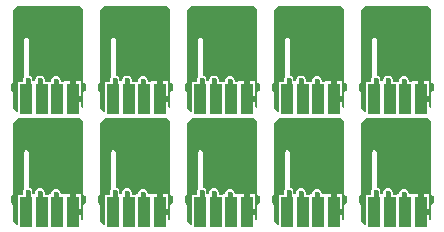
<source format=gbl>
G04*
G04 #@! TF.GenerationSoftware,Altium Limited,Altium Designer,23.3.1 (30)*
G04*
G04 Layer_Physical_Order=2*
G04 Layer_Color=16711680*
%FSLAX25Y25*%
%MOIN*%
G70*
G04*
G04 #@! TF.SameCoordinates,76A80B4F-B454-4E83-830C-21A368A3A4FA*
G04*
G04*
G04 #@! TF.FilePolarity,Positive*
G04*
G01*
G75*
%ADD15C,0.01500*%
%ADD16R,0.03937X0.09843*%
%ADD17C,0.01575*%
%ADD18C,0.01968*%
G36*
X286697Y204232D02*
Y180500D01*
X286758Y180193D01*
X286932Y179932D01*
X287193Y179758D01*
X287500Y179697D01*
Y177303D01*
X287193Y177242D01*
X286932Y177068D01*
X286758Y176807D01*
X286697Y176500D01*
Y171607D01*
X286610Y171542D01*
X286110Y171794D01*
Y173508D01*
X283142D01*
Y174508D01*
X282142D01*
Y180429D01*
X280173D01*
Y180221D01*
X279216D01*
Y180486D01*
X279209Y180522D01*
Y180816D01*
X279096Y181087D01*
X279096Y181090D01*
X279094Y181094D01*
X278967Y181399D01*
X278520Y181846D01*
X277937Y182087D01*
X277306D01*
X276722Y181846D01*
X276276Y181399D01*
X276034Y180816D01*
Y180221D01*
X275232D01*
Y180190D01*
X273845D01*
Y180736D01*
X273837Y180772D01*
Y181066D01*
X273725Y181337D01*
X273724Y181341D01*
X273722Y181343D01*
X273596Y181649D01*
X273149Y182096D01*
X272566Y182337D01*
X271934D01*
X271351Y182096D01*
X270904Y181649D01*
X270663Y181066D01*
Y180727D01*
X270182Y180388D01*
X269865Y180481D01*
X269787Y180684D01*
Y181316D01*
X269546Y181899D01*
X269099Y182346D01*
X268564Y182568D01*
Y194153D01*
X268502Y194466D01*
X268325Y194730D01*
X268060Y194907D01*
X267748Y194969D01*
X267436Y194907D01*
X267171Y194730D01*
X266995Y194466D01*
X266932Y194153D01*
Y181977D01*
X266854Y181899D01*
X266728Y181594D01*
X266726Y181590D01*
X266725Y181587D01*
X266613Y181316D01*
Y181022D01*
X266605Y180986D01*
Y180190D01*
X264980D01*
Y170363D01*
X264479Y170156D01*
X263303Y171333D01*
Y176500D01*
X263242Y176807D01*
X263068Y177068D01*
X262807Y177242D01*
X262500Y177303D01*
Y179697D01*
X262807Y179758D01*
X263068Y179932D01*
X263242Y180193D01*
X263303Y180500D01*
Y204168D01*
X264832Y205697D01*
X285599D01*
X286697Y204232D01*
D02*
G37*
G36*
X257697D02*
Y180500D01*
X257758Y180193D01*
X257932Y179932D01*
X258193Y179758D01*
X258500Y179697D01*
Y177303D01*
X258193Y177242D01*
X257932Y177068D01*
X257758Y176807D01*
X257697Y176500D01*
Y171607D01*
X257610Y171542D01*
X257110Y171794D01*
Y173508D01*
X254142D01*
Y174508D01*
X253142D01*
Y180429D01*
X251173D01*
Y180221D01*
X250216D01*
Y180486D01*
X250209Y180522D01*
Y180816D01*
X250096Y181087D01*
X250096Y181090D01*
X250094Y181094D01*
X249967Y181399D01*
X249520Y181846D01*
X248937Y182087D01*
X248306D01*
X247722Y181846D01*
X247276Y181399D01*
X247034Y180816D01*
Y180221D01*
X246232D01*
Y180190D01*
X244845D01*
Y180736D01*
X244837Y180772D01*
Y181066D01*
X244725Y181337D01*
X244724Y181341D01*
X244722Y181343D01*
X244596Y181649D01*
X244149Y182096D01*
X243566Y182337D01*
X242934D01*
X242351Y182096D01*
X241904Y181649D01*
X241663Y181066D01*
Y180727D01*
X241182Y180388D01*
X240865Y180481D01*
X240787Y180684D01*
Y181316D01*
X240546Y181899D01*
X240099Y182346D01*
X239564Y182568D01*
Y194153D01*
X239502Y194466D01*
X239325Y194730D01*
X239060Y194907D01*
X238748Y194969D01*
X238436Y194907D01*
X238171Y194730D01*
X237995Y194466D01*
X237932Y194153D01*
Y181977D01*
X237854Y181899D01*
X237728Y181594D01*
X237726Y181590D01*
X237725Y181587D01*
X237613Y181316D01*
Y181022D01*
X237605Y180986D01*
Y180190D01*
X235980D01*
Y170363D01*
X235479Y170156D01*
X234303Y171333D01*
Y176500D01*
X234242Y176807D01*
X234068Y177068D01*
X233807Y177242D01*
X233500Y177303D01*
Y179697D01*
X233807Y179758D01*
X234068Y179932D01*
X234242Y180193D01*
X234303Y180500D01*
Y204168D01*
X235833Y205697D01*
X256599D01*
X257697Y204232D01*
D02*
G37*
G36*
X228697D02*
Y180500D01*
X228758Y180193D01*
X228932Y179932D01*
X229193Y179758D01*
X229500Y179697D01*
Y177303D01*
X229193Y177242D01*
X228932Y177068D01*
X228758Y176807D01*
X228697Y176500D01*
Y171607D01*
X228610Y171542D01*
X228110Y171794D01*
Y173508D01*
X225142D01*
Y174508D01*
X224142D01*
Y180429D01*
X222173D01*
Y180221D01*
X221216D01*
Y180486D01*
X221209Y180522D01*
Y180816D01*
X221096Y181087D01*
X221096Y181090D01*
X221094Y181094D01*
X220967Y181399D01*
X220520Y181846D01*
X219937Y182087D01*
X219306D01*
X218722Y181846D01*
X218276Y181399D01*
X218034Y180816D01*
Y180221D01*
X217231D01*
Y180190D01*
X215845D01*
Y180736D01*
X215837Y180772D01*
Y181066D01*
X215725Y181337D01*
X215724Y181341D01*
X215722Y181343D01*
X215596Y181649D01*
X215149Y182096D01*
X214566Y182337D01*
X213934D01*
X213351Y182096D01*
X212904Y181649D01*
X212663Y181066D01*
Y180727D01*
X212182Y180388D01*
X211865Y180481D01*
X211787Y180684D01*
Y181316D01*
X211546Y181899D01*
X211099Y182346D01*
X210564Y182568D01*
Y194153D01*
X210502Y194466D01*
X210325Y194730D01*
X210060Y194907D01*
X209748Y194969D01*
X209436Y194907D01*
X209171Y194730D01*
X208995Y194466D01*
X208932Y194153D01*
Y181977D01*
X208854Y181899D01*
X208728Y181594D01*
X208726Y181590D01*
X208725Y181587D01*
X208613Y181316D01*
Y181022D01*
X208605Y180986D01*
Y180190D01*
X206979D01*
Y170363D01*
X206480Y170156D01*
X205303Y171333D01*
Y176500D01*
X205242Y176807D01*
X205068Y177068D01*
X204807Y177242D01*
X204500Y177303D01*
Y179697D01*
X204807Y179758D01*
X205068Y179932D01*
X205242Y180193D01*
X205303Y180500D01*
Y204168D01*
X206833Y205697D01*
X227599D01*
X228697Y204232D01*
D02*
G37*
G36*
X199697D02*
Y180500D01*
X199758Y180193D01*
X199932Y179932D01*
X200193Y179758D01*
X200500Y179697D01*
Y177303D01*
X200193Y177242D01*
X199932Y177068D01*
X199758Y176807D01*
X199697Y176500D01*
Y171607D01*
X199610Y171542D01*
X199110Y171794D01*
Y173508D01*
X196142D01*
Y174508D01*
X195142D01*
Y180429D01*
X193173D01*
Y180221D01*
X192216D01*
Y180486D01*
X192209Y180522D01*
Y180816D01*
X192096Y181087D01*
X192096Y181090D01*
X192094Y181094D01*
X191967Y181399D01*
X191521Y181846D01*
X190937Y182087D01*
X190306D01*
X189722Y181846D01*
X189276Y181399D01*
X189034Y180816D01*
Y180221D01*
X188232D01*
Y180190D01*
X186845D01*
Y180736D01*
X186837Y180772D01*
Y181066D01*
X186725Y181337D01*
X186724Y181341D01*
X186722Y181343D01*
X186596Y181649D01*
X186149Y182096D01*
X185566Y182337D01*
X184934D01*
X184351Y182096D01*
X183904Y181649D01*
X183663Y181066D01*
Y180727D01*
X183182Y180388D01*
X182865Y180481D01*
X182787Y180684D01*
Y181316D01*
X182546Y181899D01*
X182099Y182346D01*
X181564Y182568D01*
Y194153D01*
X181502Y194466D01*
X181325Y194730D01*
X181060Y194907D01*
X180748Y194969D01*
X180436Y194907D01*
X180171Y194730D01*
X179994Y194466D01*
X179932Y194153D01*
Y181977D01*
X179854Y181899D01*
X179728Y181594D01*
X179726Y181590D01*
X179725Y181587D01*
X179613Y181316D01*
Y181022D01*
X179605Y180986D01*
Y180190D01*
X177980D01*
Y170363D01*
X177480Y170156D01*
X176303Y171333D01*
Y176500D01*
X176242Y176807D01*
X176068Y177068D01*
X175807Y177242D01*
X175500Y177303D01*
Y179697D01*
X175807Y179758D01*
X176068Y179932D01*
X176242Y180193D01*
X176303Y180500D01*
Y204168D01*
X177832Y205697D01*
X198599D01*
X199697Y204232D01*
D02*
G37*
G36*
X170697D02*
Y180500D01*
X170758Y180193D01*
X170932Y179932D01*
X171193Y179758D01*
X171500Y179697D01*
Y177303D01*
X171193Y177242D01*
X170932Y177068D01*
X170758Y176807D01*
X170697Y176500D01*
Y171607D01*
X170610Y171542D01*
X170110Y171794D01*
Y173508D01*
X167142D01*
Y174508D01*
X166142D01*
Y180429D01*
X164173D01*
Y180221D01*
X163216D01*
Y180486D01*
X163209Y180522D01*
Y180816D01*
X163096Y181087D01*
X163096Y181090D01*
X163094Y181094D01*
X162967Y181399D01*
X162521Y181846D01*
X161937Y182087D01*
X161306D01*
X160722Y181846D01*
X160276Y181399D01*
X160034Y180816D01*
Y180221D01*
X159231D01*
Y180190D01*
X157845D01*
Y180736D01*
X157837Y180772D01*
Y181066D01*
X157725Y181337D01*
X157724Y181341D01*
X157722Y181343D01*
X157596Y181649D01*
X157149Y182096D01*
X156566Y182337D01*
X155934D01*
X155351Y182096D01*
X154904Y181649D01*
X154663Y181066D01*
Y180727D01*
X154182Y180388D01*
X153865Y180481D01*
X153787Y180684D01*
Y181316D01*
X153546Y181899D01*
X153099Y182346D01*
X152564Y182568D01*
Y194153D01*
X152502Y194466D01*
X152325Y194730D01*
X152060Y194907D01*
X151748Y194969D01*
X151436Y194907D01*
X151171Y194730D01*
X150995Y194466D01*
X150932Y194153D01*
Y181977D01*
X150854Y181899D01*
X150728Y181594D01*
X150726Y181590D01*
X150725Y181587D01*
X150613Y181316D01*
Y181022D01*
X150605Y180986D01*
Y180190D01*
X148979D01*
Y170363D01*
X148479Y170156D01*
X147303Y171333D01*
Y176500D01*
X147242Y176807D01*
X147068Y177068D01*
X146807Y177242D01*
X146500Y177303D01*
Y179697D01*
X146807Y179758D01*
X147068Y179932D01*
X147242Y180193D01*
X147303Y180500D01*
Y204168D01*
X148832Y205697D01*
X169599D01*
X170697Y204232D01*
D02*
G37*
G36*
X286697Y166732D02*
Y143000D01*
X286758Y142693D01*
X286932Y142432D01*
X287193Y142258D01*
X287500Y142197D01*
Y139803D01*
X287193Y139742D01*
X286932Y139568D01*
X286758Y139307D01*
X286697Y139000D01*
Y134107D01*
X286610Y134042D01*
X286110Y134294D01*
Y136008D01*
X283142D01*
Y137008D01*
X282142D01*
Y142929D01*
X280173D01*
Y142721D01*
X279216D01*
Y142986D01*
X279209Y143022D01*
Y143316D01*
X279096Y143587D01*
X279096Y143590D01*
X279094Y143594D01*
X278967Y143899D01*
X278520Y144346D01*
X277937Y144587D01*
X277306D01*
X276722Y144346D01*
X276276Y143899D01*
X276034Y143316D01*
Y142721D01*
X275232D01*
Y142690D01*
X273845D01*
Y143236D01*
X273837Y143272D01*
Y143566D01*
X273725Y143837D01*
X273724Y143841D01*
X273722Y143843D01*
X273596Y144149D01*
X273149Y144596D01*
X272566Y144837D01*
X271934D01*
X271351Y144596D01*
X270904Y144149D01*
X270663Y143566D01*
Y143227D01*
X270182Y142888D01*
X269865Y142981D01*
X269787Y143184D01*
Y143816D01*
X269546Y144399D01*
X269099Y144846D01*
X268564Y145068D01*
Y156653D01*
X268502Y156966D01*
X268325Y157230D01*
X268060Y157407D01*
X267748Y157469D01*
X267436Y157407D01*
X267171Y157230D01*
X266995Y156966D01*
X266932Y156653D01*
Y144477D01*
X266854Y144399D01*
X266728Y144094D01*
X266726Y144090D01*
X266725Y144087D01*
X266613Y143816D01*
Y143522D01*
X266605Y143486D01*
Y142690D01*
X264980D01*
Y132863D01*
X264479Y132656D01*
X263303Y133833D01*
Y139000D01*
X263242Y139307D01*
X263068Y139568D01*
X262807Y139742D01*
X262500Y139803D01*
Y142197D01*
X262807Y142258D01*
X263068Y142432D01*
X263242Y142693D01*
X263303Y143000D01*
Y166667D01*
X264832Y168197D01*
X285599D01*
X286697Y166732D01*
D02*
G37*
G36*
X257697D02*
Y143000D01*
X257758Y142693D01*
X257932Y142432D01*
X258193Y142258D01*
X258500Y142197D01*
Y139803D01*
X258193Y139742D01*
X257932Y139568D01*
X257758Y139307D01*
X257697Y139000D01*
Y134107D01*
X257610Y134042D01*
X257110Y134294D01*
Y136008D01*
X254142D01*
Y137008D01*
X253142D01*
Y142929D01*
X251173D01*
Y142721D01*
X250216D01*
Y142986D01*
X250209Y143022D01*
Y143316D01*
X250096Y143587D01*
X250096Y143590D01*
X250094Y143594D01*
X249967Y143899D01*
X249520Y144346D01*
X248937Y144587D01*
X248306D01*
X247722Y144346D01*
X247276Y143899D01*
X247034Y143316D01*
Y142721D01*
X246232D01*
Y142690D01*
X244845D01*
Y143236D01*
X244837Y143272D01*
Y143566D01*
X244725Y143837D01*
X244724Y143841D01*
X244722Y143843D01*
X244596Y144149D01*
X244149Y144596D01*
X243566Y144837D01*
X242934D01*
X242351Y144596D01*
X241904Y144149D01*
X241663Y143566D01*
Y143227D01*
X241182Y142888D01*
X240865Y142981D01*
X240787Y143184D01*
Y143816D01*
X240546Y144399D01*
X240099Y144846D01*
X239564Y145068D01*
Y156653D01*
X239502Y156966D01*
X239325Y157230D01*
X239060Y157407D01*
X238748Y157469D01*
X238436Y157407D01*
X238171Y157230D01*
X237995Y156966D01*
X237932Y156653D01*
Y144477D01*
X237854Y144399D01*
X237728Y144094D01*
X237726Y144090D01*
X237725Y144087D01*
X237613Y143816D01*
Y143522D01*
X237605Y143486D01*
Y142690D01*
X235980D01*
Y132863D01*
X235479Y132656D01*
X234303Y133833D01*
Y139000D01*
X234242Y139307D01*
X234068Y139568D01*
X233807Y139742D01*
X233500Y139803D01*
Y142197D01*
X233807Y142258D01*
X234068Y142432D01*
X234242Y142693D01*
X234303Y143000D01*
Y166667D01*
X235833Y168197D01*
X256599D01*
X257697Y166732D01*
D02*
G37*
G36*
X228697D02*
Y143000D01*
X228758Y142693D01*
X228932Y142432D01*
X229193Y142258D01*
X229500Y142197D01*
Y139803D01*
X229193Y139742D01*
X228932Y139568D01*
X228758Y139307D01*
X228697Y139000D01*
Y134107D01*
X228610Y134042D01*
X228110Y134294D01*
Y136008D01*
X225142D01*
Y137008D01*
X224142D01*
Y142929D01*
X222173D01*
Y142721D01*
X221216D01*
Y142986D01*
X221209Y143022D01*
Y143316D01*
X221096Y143587D01*
X221096Y143590D01*
X221094Y143594D01*
X220967Y143899D01*
X220520Y144346D01*
X219937Y144587D01*
X219306D01*
X218722Y144346D01*
X218276Y143899D01*
X218034Y143316D01*
Y142721D01*
X217231D01*
Y142690D01*
X215845D01*
Y143236D01*
X215837Y143272D01*
Y143566D01*
X215725Y143837D01*
X215724Y143841D01*
X215722Y143843D01*
X215596Y144149D01*
X215149Y144596D01*
X214566Y144837D01*
X213934D01*
X213351Y144596D01*
X212904Y144149D01*
X212663Y143566D01*
Y143227D01*
X212182Y142888D01*
X211865Y142981D01*
X211787Y143184D01*
Y143816D01*
X211546Y144399D01*
X211099Y144846D01*
X210564Y145068D01*
Y156653D01*
X210502Y156966D01*
X210325Y157230D01*
X210060Y157407D01*
X209748Y157469D01*
X209436Y157407D01*
X209171Y157230D01*
X208995Y156966D01*
X208932Y156653D01*
Y144477D01*
X208854Y144399D01*
X208728Y144094D01*
X208726Y144090D01*
X208725Y144087D01*
X208613Y143816D01*
Y143522D01*
X208605Y143486D01*
Y142690D01*
X206979D01*
Y132863D01*
X206480Y132656D01*
X205303Y133833D01*
Y139000D01*
X205242Y139307D01*
X205068Y139568D01*
X204807Y139742D01*
X204500Y139803D01*
Y142197D01*
X204807Y142258D01*
X205068Y142432D01*
X205242Y142693D01*
X205303Y143000D01*
Y166667D01*
X206833Y168197D01*
X227599D01*
X228697Y166732D01*
D02*
G37*
G36*
X199697D02*
Y143000D01*
X199758Y142693D01*
X199932Y142432D01*
X200193Y142258D01*
X200500Y142197D01*
Y139803D01*
X200193Y139742D01*
X199932Y139568D01*
X199758Y139307D01*
X199697Y139000D01*
Y134107D01*
X199610Y134042D01*
X199110Y134294D01*
Y136008D01*
X196142D01*
Y137008D01*
X195142D01*
Y142929D01*
X193173D01*
Y142721D01*
X192216D01*
Y142986D01*
X192209Y143022D01*
Y143316D01*
X192096Y143587D01*
X192096Y143590D01*
X192094Y143594D01*
X191967Y143899D01*
X191521Y144346D01*
X190937Y144587D01*
X190306D01*
X189722Y144346D01*
X189276Y143899D01*
X189034Y143316D01*
Y142721D01*
X188232D01*
Y142690D01*
X186845D01*
Y143236D01*
X186837Y143272D01*
Y143566D01*
X186725Y143837D01*
X186724Y143841D01*
X186722Y143843D01*
X186596Y144149D01*
X186149Y144596D01*
X185566Y144837D01*
X184934D01*
X184351Y144596D01*
X183904Y144149D01*
X183663Y143566D01*
Y143227D01*
X183182Y142888D01*
X182865Y142981D01*
X182787Y143184D01*
Y143816D01*
X182546Y144399D01*
X182099Y144846D01*
X181564Y145068D01*
Y156653D01*
X181502Y156966D01*
X181325Y157230D01*
X181060Y157407D01*
X180748Y157469D01*
X180436Y157407D01*
X180171Y157230D01*
X179994Y156966D01*
X179932Y156653D01*
Y144477D01*
X179854Y144399D01*
X179728Y144094D01*
X179726Y144090D01*
X179725Y144087D01*
X179613Y143816D01*
Y143522D01*
X179605Y143486D01*
Y142690D01*
X177980D01*
Y132863D01*
X177480Y132656D01*
X176303Y133833D01*
Y139000D01*
X176242Y139307D01*
X176068Y139568D01*
X175807Y139742D01*
X175500Y139803D01*
Y142197D01*
X175807Y142258D01*
X176068Y142432D01*
X176242Y142693D01*
X176303Y143000D01*
Y166667D01*
X177832Y168197D01*
X198599D01*
X199697Y166732D01*
D02*
G37*
G36*
X170697D02*
Y143000D01*
X170758Y142693D01*
X170932Y142432D01*
X171193Y142258D01*
X171500Y142197D01*
Y139803D01*
X171193Y139742D01*
X170932Y139568D01*
X170758Y139307D01*
X170697Y139000D01*
Y134107D01*
X170610Y134042D01*
X170110Y134294D01*
Y136008D01*
X167142D01*
Y137008D01*
X166142D01*
Y142929D01*
X164173D01*
Y142721D01*
X163216D01*
Y142986D01*
X163209Y143022D01*
Y143316D01*
X163096Y143587D01*
X163096Y143590D01*
X163094Y143594D01*
X162967Y143899D01*
X162521Y144346D01*
X161937Y144587D01*
X161306D01*
X160722Y144346D01*
X160276Y143899D01*
X160034Y143316D01*
Y142721D01*
X159231D01*
Y142690D01*
X157845D01*
Y143236D01*
X157837Y143272D01*
Y143566D01*
X157725Y143837D01*
X157724Y143841D01*
X157722Y143843D01*
X157596Y144149D01*
X157149Y144596D01*
X156566Y144837D01*
X155934D01*
X155351Y144596D01*
X154904Y144149D01*
X154663Y143566D01*
Y143227D01*
X154182Y142888D01*
X153865Y142981D01*
X153787Y143184D01*
Y143816D01*
X153546Y144399D01*
X153099Y144846D01*
X152564Y145068D01*
Y156653D01*
X152502Y156966D01*
X152325Y157230D01*
X152060Y157407D01*
X151748Y157469D01*
X151436Y157407D01*
X151171Y157230D01*
X150995Y156966D01*
X150932Y156653D01*
Y144477D01*
X150854Y144399D01*
X150728Y144094D01*
X150726Y144090D01*
X150725Y144087D01*
X150613Y143816D01*
Y143522D01*
X150605Y143486D01*
Y142690D01*
X148979D01*
Y132863D01*
X148479Y132656D01*
X147303Y133833D01*
Y139000D01*
X147242Y139307D01*
X147068Y139568D01*
X146807Y139742D01*
X146500Y139803D01*
Y142197D01*
X146807Y142258D01*
X147068Y142432D01*
X147242Y142693D01*
X147303Y143000D01*
Y166667D01*
X148832Y168197D01*
X169599D01*
X170697Y166732D01*
D02*
G37*
%LPC*%
G36*
X286110Y180429D02*
X284142D01*
Y175508D01*
X286110D01*
Y180429D01*
D02*
G37*
G36*
X257110D02*
X255142D01*
Y175508D01*
X257110D01*
Y180429D01*
D02*
G37*
G36*
X228110D02*
X226142D01*
Y175508D01*
X228110D01*
Y180429D01*
D02*
G37*
G36*
X199110D02*
X197142D01*
Y175508D01*
X199110D01*
Y180429D01*
D02*
G37*
G36*
X170110D02*
X168142D01*
Y175508D01*
X170110D01*
Y180429D01*
D02*
G37*
G36*
X286110Y142929D02*
X284142D01*
Y138008D01*
X286110D01*
Y142929D01*
D02*
G37*
G36*
X257110D02*
X255142D01*
Y138008D01*
X257110D01*
Y142929D01*
D02*
G37*
G36*
X228110D02*
X226142D01*
Y138008D01*
X228110D01*
Y142929D01*
D02*
G37*
G36*
X199110D02*
X197142D01*
Y138008D01*
X199110D01*
Y142929D01*
D02*
G37*
G36*
X170110D02*
X168142D01*
Y138008D01*
X170110D01*
Y142929D01*
D02*
G37*
%LPD*%
D15*
X277636Y142986D02*
X277621Y143000D01*
X278000Y137000D02*
X277636Y137364D01*
Y142986D01*
X272866Y136969D02*
X272264Y137570D01*
Y143236D01*
X272250Y143250D01*
X268186Y143486D02*
X268200Y143500D01*
X267748Y136969D02*
X268186Y137406D01*
Y143486D01*
X277636Y180486D02*
X277621Y180500D01*
X278000Y174500D02*
X277636Y174864D01*
Y180486D01*
X272866Y174469D02*
X272264Y175070D01*
Y180736D01*
X272250Y180750D01*
X268186Y180986D02*
X268200Y181000D01*
X267748Y174469D02*
X268186Y174906D01*
Y180986D01*
X248636Y142986D02*
X248621Y143000D01*
X249000Y137000D02*
X248636Y137364D01*
Y142986D01*
X243866Y136969D02*
X243264Y137570D01*
Y143236D01*
X243250Y143250D01*
X239186Y143486D02*
X239200Y143500D01*
X238748Y136969D02*
X239186Y137406D01*
Y143486D01*
X248636Y180486D02*
X248621Y180500D01*
X249000Y174500D02*
X248636Y174864D01*
Y180486D01*
X243866Y174469D02*
X243264Y175070D01*
Y180736D01*
X243250Y180750D01*
X239186Y180986D02*
X239200Y181000D01*
X238748Y174469D02*
X239186Y174906D01*
Y180986D01*
X219636Y142986D02*
X219621Y143000D01*
X220000Y137000D02*
X219636Y137364D01*
Y142986D01*
X214866Y136969D02*
X214264Y137570D01*
Y143236D01*
X214250Y143250D01*
X210186Y143486D02*
X210200Y143500D01*
X209748Y136969D02*
X210186Y137406D01*
Y143486D01*
X219636Y180486D02*
X219621Y180500D01*
X220000Y174500D02*
X219636Y174864D01*
Y180486D01*
X214866Y174469D02*
X214264Y175070D01*
Y180736D01*
X214250Y180750D01*
X210186Y180986D02*
X210200Y181000D01*
X209748Y174469D02*
X210186Y174906D01*
Y180986D01*
X190636Y142986D02*
X190621Y143000D01*
X191000Y137000D02*
X190636Y137364D01*
Y142986D01*
X185866Y136969D02*
X185264Y137570D01*
Y143236D01*
X185250Y143250D01*
X181186Y143486D02*
X181200Y143500D01*
X180748Y136969D02*
X181186Y137406D01*
Y143486D01*
X190636Y180486D02*
X190621Y180500D01*
X191000Y174500D02*
X190636Y174864D01*
Y180486D01*
X185866Y174469D02*
X185264Y175070D01*
Y180736D01*
X185250Y180750D01*
X181186Y180986D02*
X181200Y181000D01*
X180748Y174469D02*
X181186Y174906D01*
Y180986D01*
X161636Y142986D02*
X161621Y143000D01*
X162000Y137000D02*
X161636Y137364D01*
Y142986D01*
X156866Y136969D02*
X156264Y137570D01*
Y143236D01*
X156250Y143250D01*
X152186Y143486D02*
X152200Y143500D01*
X151748Y136969D02*
X152186Y137406D01*
Y143486D01*
X161636Y180486D02*
X161621Y180500D01*
X162000Y174500D02*
X161636Y174864D01*
Y180486D01*
X156866Y174469D02*
X156264Y175070D01*
Y180736D01*
X156250Y180750D01*
X152186Y180986D02*
X152200Y181000D01*
X151748Y174469D02*
X152186Y174906D01*
Y180986D01*
D16*
X278000Y137000D02*
D03*
X283142Y137008D02*
D03*
X267748Y136969D02*
D03*
X272866D02*
D03*
X278000Y174500D02*
D03*
X283142Y174508D02*
D03*
X267748Y174469D02*
D03*
X272866D02*
D03*
X249000Y137000D02*
D03*
X254142Y137008D02*
D03*
X238748Y136969D02*
D03*
X243866D02*
D03*
X249000Y174500D02*
D03*
X254142Y174508D02*
D03*
X238748Y174469D02*
D03*
X243866D02*
D03*
X220000Y137000D02*
D03*
X225142Y137008D02*
D03*
X209748Y136969D02*
D03*
X214866D02*
D03*
X220000Y174500D02*
D03*
X225142Y174508D02*
D03*
X209748Y174469D02*
D03*
X214866D02*
D03*
X191000Y137000D02*
D03*
X196142Y137008D02*
D03*
X180748Y136969D02*
D03*
X185866D02*
D03*
X191000Y174500D02*
D03*
X196142Y174508D02*
D03*
X180748Y174469D02*
D03*
X185866D02*
D03*
X162000Y137000D02*
D03*
X167142Y137008D02*
D03*
X151748Y136969D02*
D03*
X156866D02*
D03*
X162000Y174500D02*
D03*
X167142Y174508D02*
D03*
X151748Y174469D02*
D03*
X156866D02*
D03*
D17*
X277621Y143000D02*
D03*
X272250Y143250D02*
D03*
X268200Y143500D02*
D03*
X277621Y180500D02*
D03*
X272250Y180750D02*
D03*
X268200Y181000D02*
D03*
X248621Y143000D02*
D03*
X243250Y143250D02*
D03*
X239200Y143500D02*
D03*
X248621Y180500D02*
D03*
X243250Y180750D02*
D03*
X239200Y181000D02*
D03*
X219621Y143000D02*
D03*
X214250Y143250D02*
D03*
X210200Y143500D02*
D03*
X219621Y180500D02*
D03*
X214250Y180750D02*
D03*
X210200Y181000D02*
D03*
X190621Y143000D02*
D03*
X185250Y143250D02*
D03*
X181200Y143500D02*
D03*
X190621Y180500D02*
D03*
X185250Y180750D02*
D03*
X181200Y181000D02*
D03*
X161621Y143000D02*
D03*
X156250Y143250D02*
D03*
X152200Y143500D02*
D03*
X161621Y180500D02*
D03*
X156250Y180750D02*
D03*
X152200Y181000D02*
D03*
D18*
X277500Y158000D02*
D03*
Y195500D02*
D03*
X248500Y158000D02*
D03*
Y195500D02*
D03*
X219500Y158000D02*
D03*
Y195500D02*
D03*
X190500Y158000D02*
D03*
Y195500D02*
D03*
X161500Y158000D02*
D03*
Y195500D02*
D03*
M02*

</source>
